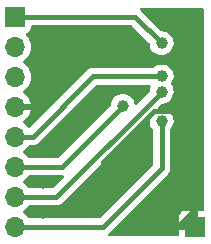
<source format=gbl>
G04 #@! TF.GenerationSoftware,KiCad,Pcbnew,(6.0.8)*
G04 #@! TF.CreationDate,2022-11-06T23:41:33+01:00*
G04 #@! TF.ProjectId,17_CAN_Controller,31375f43-414e-45f4-936f-6e74726f6c6c,rev?*
G04 #@! TF.SameCoordinates,Original*
G04 #@! TF.FileFunction,Copper,L2,Bot*
G04 #@! TF.FilePolarity,Positive*
%FSLAX46Y46*%
G04 Gerber Fmt 4.6, Leading zero omitted, Abs format (unit mm)*
G04 Created by KiCad (PCBNEW (6.0.8)) date 2022-11-06 23:41:33*
%MOMM*%
%LPD*%
G01*
G04 APERTURE LIST*
G04 #@! TA.AperFunction,ComponentPad*
%ADD10R,1.700000X1.700000*%
G04 #@! TD*
G04 #@! TA.AperFunction,ComponentPad*
%ADD11O,1.700000X1.700000*%
G04 #@! TD*
G04 #@! TA.AperFunction,ViaPad*
%ADD12C,1.000000*%
G04 #@! TD*
G04 #@! TA.AperFunction,Conductor*
%ADD13C,0.400000*%
G04 #@! TD*
G04 APERTURE END LIST*
D10*
X104140000Y-63500000D03*
D11*
X104140000Y-66040000D03*
X104140000Y-68580000D03*
X104140000Y-71120000D03*
X104140000Y-73660000D03*
X104140000Y-76200000D03*
X104140000Y-78740000D03*
X104140000Y-81280000D03*
D10*
X119380000Y-81280000D03*
D12*
X115840000Y-63340000D03*
X106540000Y-80140000D03*
X111590000Y-76590000D03*
X106540000Y-77540000D03*
X116740000Y-81040000D03*
X106540000Y-74840000D03*
X116540000Y-65740000D03*
X116540000Y-68540000D03*
X113240000Y-71040000D03*
X116540000Y-69840000D03*
X116540000Y-72340000D03*
D13*
X116440000Y-63940000D02*
X115840000Y-63340000D01*
X104140000Y-71120000D02*
X106060000Y-71120000D01*
X111590000Y-75790000D02*
X115940001Y-71439999D01*
X119140001Y-71439999D02*
X119240000Y-71340000D01*
X115940001Y-71439999D02*
X119140001Y-71439999D01*
X111590000Y-76590000D02*
X111590000Y-75790000D01*
X119240000Y-79940000D02*
X119240000Y-71340000D01*
X106060000Y-71120000D02*
X109840000Y-67340000D01*
X119240000Y-71340000D02*
X119240000Y-67340000D01*
X118140000Y-81040000D02*
X119240000Y-79940000D01*
X119240000Y-67340000D02*
X119240000Y-65040000D01*
X116740000Y-81040000D02*
X118140000Y-81040000D01*
X118140000Y-63940000D02*
X116440000Y-63940000D01*
X119240000Y-65040000D02*
X118140000Y-63940000D01*
X109840000Y-67340000D02*
X119240000Y-67340000D01*
X116540000Y-65740000D02*
X114300000Y-63500000D01*
X114300000Y-63500000D02*
X104140000Y-63500000D01*
X116540000Y-68540000D02*
X110740000Y-68540000D01*
X110740000Y-68540000D02*
X105620000Y-73660000D01*
X105620000Y-73660000D02*
X104140000Y-73660000D01*
X108080000Y-76200000D02*
X104140000Y-76200000D01*
X113240000Y-71040000D02*
X108080000Y-76200000D01*
X107640000Y-78740000D02*
X104140000Y-78740000D01*
X116540000Y-69840000D02*
X107640000Y-78740000D01*
X116540000Y-72340000D02*
X116540000Y-76340000D01*
X116540000Y-76340000D02*
X111600000Y-81280000D01*
X111600000Y-81280000D02*
X107600000Y-81280000D01*
X107600000Y-81280000D02*
X104140000Y-81280000D01*
G04 #@! TA.AperFunction,Conductor*
G36*
X120083621Y-62758502D02*
G01*
X120130114Y-62812158D01*
X120141500Y-62864500D01*
X120141500Y-79796000D01*
X120121498Y-79864121D01*
X120067842Y-79910614D01*
X120015500Y-79922000D01*
X119652115Y-79922000D01*
X119636876Y-79926475D01*
X119635671Y-79927865D01*
X119634000Y-79935548D01*
X119634000Y-81408000D01*
X119613998Y-81476121D01*
X119560342Y-81522614D01*
X119508000Y-81534000D01*
X118040116Y-81534000D01*
X118024877Y-81538475D01*
X118023672Y-81539865D01*
X118022001Y-81547548D01*
X118022001Y-81915500D01*
X118001999Y-81983621D01*
X117948343Y-82030114D01*
X117896001Y-82041500D01*
X112147541Y-82041500D01*
X112079420Y-82021498D01*
X112032927Y-81967842D01*
X112022823Y-81897568D01*
X112052317Y-81832988D01*
X112064216Y-81820986D01*
X112065721Y-81819660D01*
X112071981Y-81815357D01*
X112113436Y-81768829D01*
X112118416Y-81763554D01*
X112874085Y-81007885D01*
X118022000Y-81007885D01*
X118026475Y-81023124D01*
X118027865Y-81024329D01*
X118035548Y-81026000D01*
X119107885Y-81026000D01*
X119123124Y-81021525D01*
X119124329Y-81020135D01*
X119126000Y-81012452D01*
X119126000Y-79940116D01*
X119121525Y-79924877D01*
X119120135Y-79923672D01*
X119112452Y-79922001D01*
X118485331Y-79922001D01*
X118478510Y-79922371D01*
X118427648Y-79927895D01*
X118412396Y-79931521D01*
X118291946Y-79976676D01*
X118276351Y-79985214D01*
X118174276Y-80061715D01*
X118161715Y-80074276D01*
X118085214Y-80176351D01*
X118076676Y-80191946D01*
X118031522Y-80312394D01*
X118027895Y-80327649D01*
X118022369Y-80378514D01*
X118022000Y-80385328D01*
X118022000Y-81007885D01*
X112874085Y-81007885D01*
X117020520Y-76861450D01*
X117026785Y-76855596D01*
X117053275Y-76832487D01*
X117070385Y-76817561D01*
X117107129Y-76765280D01*
X117111061Y-76759986D01*
X117145791Y-76715693D01*
X117150476Y-76709718D01*
X117153599Y-76702802D01*
X117154983Y-76700516D01*
X117163357Y-76685835D01*
X117164622Y-76683475D01*
X117168990Y-76677261D01*
X117192203Y-76617723D01*
X117194759Y-76611642D01*
X117217918Y-76560352D01*
X117221045Y-76553427D01*
X117222429Y-76545960D01*
X117223230Y-76543405D01*
X117227859Y-76527152D01*
X117228522Y-76524572D01*
X117231282Y-76517491D01*
X117239622Y-76454139D01*
X117240653Y-76447632D01*
X117250912Y-76392280D01*
X117252296Y-76384814D01*
X117248709Y-76322608D01*
X117248500Y-76315354D01*
X117248500Y-73109538D01*
X117268502Y-73041417D01*
X117279118Y-73027207D01*
X117364054Y-72928807D01*
X117364055Y-72928806D01*
X117368078Y-72924145D01*
X117465769Y-72752179D01*
X117528197Y-72564513D01*
X117552985Y-72368295D01*
X117553380Y-72340000D01*
X117534080Y-72143167D01*
X117476916Y-71953831D01*
X117384066Y-71779204D01*
X117313709Y-71692938D01*
X117262960Y-71630713D01*
X117262957Y-71630710D01*
X117259065Y-71625938D01*
X117254316Y-71622009D01*
X117111425Y-71503799D01*
X117111421Y-71503797D01*
X117106675Y-71499870D01*
X116932701Y-71405802D01*
X116743768Y-71347318D01*
X116737643Y-71346674D01*
X116737642Y-71346674D01*
X116553204Y-71327289D01*
X116553202Y-71327289D01*
X116547075Y-71326645D01*
X116352728Y-71344332D01*
X116283076Y-71330587D01*
X116231911Y-71281366D01*
X116215480Y-71212297D01*
X116238998Y-71145309D01*
X116252214Y-71129756D01*
X116496691Y-70885279D01*
X116559003Y-70851253D01*
X116576115Y-70848746D01*
X116630929Y-70844528D01*
X116709830Y-70838457D01*
X116709834Y-70838456D01*
X116715972Y-70837984D01*
X116906463Y-70784798D01*
X116911967Y-70782018D01*
X116911969Y-70782017D01*
X117077495Y-70698404D01*
X117077497Y-70698403D01*
X117082996Y-70695625D01*
X117238847Y-70573861D01*
X117368078Y-70424145D01*
X117465769Y-70252179D01*
X117528197Y-70064513D01*
X117552985Y-69868295D01*
X117553380Y-69840000D01*
X117534080Y-69643167D01*
X117526340Y-69617529D01*
X117478697Y-69459731D01*
X117476916Y-69453831D01*
X117384066Y-69279204D01*
X117376893Y-69270409D01*
X117349339Y-69204977D01*
X117361535Y-69135035D01*
X117367855Y-69124403D01*
X117368078Y-69124145D01*
X117465769Y-68952179D01*
X117528197Y-68764513D01*
X117552985Y-68568295D01*
X117553380Y-68540000D01*
X117534080Y-68343167D01*
X117476916Y-68153831D01*
X117384066Y-67979204D01*
X117286693Y-67859813D01*
X117262960Y-67830713D01*
X117262957Y-67830710D01*
X117259065Y-67825938D01*
X117254316Y-67822009D01*
X117111425Y-67703799D01*
X117111421Y-67703797D01*
X117106675Y-67699870D01*
X116932701Y-67605802D01*
X116743768Y-67547318D01*
X116737643Y-67546674D01*
X116737642Y-67546674D01*
X116553204Y-67527289D01*
X116553202Y-67527289D01*
X116547075Y-67526645D01*
X116464576Y-67534153D01*
X116356251Y-67544011D01*
X116356248Y-67544012D01*
X116350112Y-67544570D01*
X116344206Y-67546308D01*
X116344202Y-67546309D01*
X116239076Y-67577249D01*
X116160381Y-67600410D01*
X116154923Y-67603263D01*
X116154919Y-67603265D01*
X116064147Y-67650720D01*
X115985110Y-67692040D01*
X115846236Y-67803698D01*
X115780616Y-67830793D01*
X115767286Y-67831500D01*
X110768911Y-67831500D01*
X110760342Y-67831208D01*
X110710223Y-67827791D01*
X110710219Y-67827791D01*
X110702647Y-67827275D01*
X110639685Y-67838264D01*
X110633195Y-67839221D01*
X110569758Y-67846898D01*
X110562649Y-67849584D01*
X110560078Y-67850216D01*
X110543772Y-67854676D01*
X110541204Y-67855451D01*
X110533716Y-67856758D01*
X110498722Y-67872119D01*
X110475212Y-67882439D01*
X110469105Y-67884931D01*
X110416452Y-67904827D01*
X110409344Y-67907513D01*
X110403083Y-67911816D01*
X110400717Y-67913053D01*
X110385937Y-67921280D01*
X110383652Y-67922631D01*
X110376695Y-67925685D01*
X110370675Y-67930305D01*
X110370669Y-67930308D01*
X110339542Y-67954194D01*
X110325998Y-67964587D01*
X110320668Y-67968459D01*
X110274280Y-68000339D01*
X110274275Y-68000344D01*
X110268019Y-68004643D01*
X110262968Y-68010313D01*
X110262966Y-68010314D01*
X110226565Y-68051170D01*
X110221584Y-68056446D01*
X105420478Y-72857552D01*
X105358166Y-72891578D01*
X105287351Y-72886513D01*
X105230515Y-72843966D01*
X105225594Y-72836901D01*
X105222826Y-72832622D01*
X105222819Y-72832613D01*
X105220014Y-72828277D01*
X105069670Y-72663051D01*
X105065619Y-72659852D01*
X105065615Y-72659848D01*
X104898414Y-72527800D01*
X104898410Y-72527798D01*
X104894359Y-72524598D01*
X104852569Y-72501529D01*
X104802598Y-72451097D01*
X104787826Y-72381654D01*
X104812942Y-72315248D01*
X104840294Y-72288641D01*
X105015328Y-72163792D01*
X105023200Y-72157139D01*
X105174052Y-72006812D01*
X105180730Y-71998965D01*
X105305003Y-71826020D01*
X105310313Y-71817183D01*
X105404670Y-71626267D01*
X105408469Y-71616672D01*
X105470377Y-71412910D01*
X105472555Y-71402837D01*
X105473986Y-71391962D01*
X105471775Y-71377778D01*
X105458617Y-71374000D01*
X104012000Y-71374000D01*
X103943879Y-71353998D01*
X103897386Y-71300342D01*
X103886000Y-71248000D01*
X103886000Y-70992000D01*
X103906002Y-70923879D01*
X103959658Y-70877386D01*
X104012000Y-70866000D01*
X105458344Y-70866000D01*
X105471875Y-70862027D01*
X105473180Y-70852947D01*
X105431214Y-70685875D01*
X105427894Y-70676124D01*
X105342972Y-70480814D01*
X105338105Y-70471739D01*
X105222426Y-70292926D01*
X105216136Y-70284757D01*
X105072806Y-70127240D01*
X105065273Y-70120215D01*
X104898139Y-69988222D01*
X104889556Y-69982520D01*
X104852602Y-69962120D01*
X104802631Y-69911687D01*
X104787859Y-69842245D01*
X104812975Y-69775839D01*
X104840327Y-69749232D01*
X104897378Y-69708538D01*
X105019860Y-69621173D01*
X105178096Y-69463489D01*
X105308453Y-69282077D01*
X105386508Y-69124145D01*
X105405136Y-69086453D01*
X105405137Y-69086451D01*
X105407430Y-69081811D01*
X105472370Y-68868069D01*
X105501529Y-68646590D01*
X105503156Y-68580000D01*
X105484852Y-68357361D01*
X105430431Y-68140702D01*
X105341354Y-67935840D01*
X105278227Y-67838260D01*
X105222822Y-67752617D01*
X105222820Y-67752614D01*
X105220014Y-67748277D01*
X105069670Y-67583051D01*
X105065619Y-67579852D01*
X105065615Y-67579848D01*
X104898414Y-67447800D01*
X104898410Y-67447798D01*
X104894359Y-67444598D01*
X104853053Y-67421796D01*
X104803084Y-67371364D01*
X104788312Y-67301921D01*
X104813428Y-67235516D01*
X104840780Y-67208909D01*
X104897378Y-67168538D01*
X105019860Y-67081173D01*
X105178096Y-66923489D01*
X105308453Y-66742077D01*
X105311296Y-66736326D01*
X105405136Y-66546453D01*
X105405137Y-66546451D01*
X105407430Y-66541811D01*
X105472370Y-66328069D01*
X105501529Y-66106590D01*
X105503156Y-66040000D01*
X105484852Y-65817361D01*
X105430431Y-65600702D01*
X105341354Y-65395840D01*
X105220014Y-65208277D01*
X105189214Y-65174428D01*
X105072798Y-65046488D01*
X105041746Y-64982642D01*
X105050141Y-64912143D01*
X105095317Y-64857375D01*
X105121761Y-64843706D01*
X105228297Y-64803767D01*
X105236705Y-64800615D01*
X105353261Y-64713261D01*
X105440615Y-64596705D01*
X105491745Y-64460316D01*
X105498500Y-64398134D01*
X105498500Y-64334500D01*
X105518502Y-64266379D01*
X105572158Y-64219886D01*
X105624500Y-64208500D01*
X113954340Y-64208500D01*
X114022461Y-64228502D01*
X114043435Y-64245405D01*
X115494374Y-65696345D01*
X115528400Y-65758657D01*
X115530837Y-65774897D01*
X115543268Y-65922934D01*
X115544967Y-65928858D01*
X115595931Y-66106590D01*
X115597783Y-66113050D01*
X115688187Y-66288956D01*
X115811035Y-66443953D01*
X115961650Y-66572136D01*
X116134294Y-66668624D01*
X116322392Y-66729740D01*
X116518777Y-66753158D01*
X116524912Y-66752686D01*
X116524914Y-66752686D01*
X116709830Y-66738457D01*
X116709834Y-66738456D01*
X116715972Y-66737984D01*
X116906463Y-66684798D01*
X116911967Y-66682018D01*
X116911969Y-66682017D01*
X117077495Y-66598404D01*
X117077497Y-66598403D01*
X117082996Y-66595625D01*
X117238847Y-66473861D01*
X117368078Y-66324145D01*
X117465769Y-66152179D01*
X117528197Y-65964513D01*
X117552985Y-65768295D01*
X117553380Y-65740000D01*
X117534080Y-65543167D01*
X117476916Y-65353831D01*
X117384066Y-65179204D01*
X117313709Y-65092938D01*
X117262960Y-65030713D01*
X117262957Y-65030710D01*
X117259065Y-65025938D01*
X117254316Y-65022009D01*
X117111425Y-64903799D01*
X117111421Y-64903797D01*
X117106675Y-64899870D01*
X116932701Y-64805802D01*
X116743768Y-64747318D01*
X116737643Y-64746674D01*
X116737642Y-64746674D01*
X116674084Y-64739994D01*
X116570820Y-64729141D01*
X116505164Y-64702128D01*
X116494896Y-64692926D01*
X114821450Y-63019480D01*
X114815596Y-63013215D01*
X114815201Y-63012762D01*
X114777561Y-62969615D01*
X114771346Y-62965247D01*
X114765702Y-62960165D01*
X114767328Y-62958359D01*
X114730447Y-62912061D01*
X114723256Y-62841429D01*
X114755393Y-62778123D01*
X114816654Y-62742240D01*
X114847126Y-62738500D01*
X120015500Y-62738500D01*
X120083621Y-62758502D01*
G37*
G04 #@! TD.AperFunction*
G04 #@! TA.AperFunction,Conductor*
G36*
X115464885Y-72021251D02*
G01*
X115521721Y-72063798D01*
X115546532Y-72130318D01*
X115546068Y-72153350D01*
X115526719Y-72325851D01*
X115527613Y-72336495D01*
X115541889Y-72506507D01*
X115543268Y-72522934D01*
X115544967Y-72528858D01*
X115582528Y-72659848D01*
X115597783Y-72713050D01*
X115688187Y-72888956D01*
X115797763Y-73027207D01*
X115804246Y-73035387D01*
X115830883Y-73101197D01*
X115831500Y-73113651D01*
X115831500Y-75994340D01*
X115811498Y-76062461D01*
X115794595Y-76083435D01*
X111343435Y-80534595D01*
X111281123Y-80568621D01*
X111254340Y-80571500D01*
X105368286Y-80571500D01*
X105300165Y-80551498D01*
X105262494Y-80513941D01*
X105222818Y-80452612D01*
X105220014Y-80448277D01*
X105069670Y-80283051D01*
X105065619Y-80279852D01*
X105065615Y-80279848D01*
X104898414Y-80147800D01*
X104898410Y-80147798D01*
X104894359Y-80144598D01*
X104853053Y-80121796D01*
X104803084Y-80071364D01*
X104788312Y-80001921D01*
X104813428Y-79935516D01*
X104840780Y-79908909D01*
X104897378Y-79868538D01*
X105019860Y-79781173D01*
X105178096Y-79623489D01*
X105266132Y-79500974D01*
X105322127Y-79457326D01*
X105368455Y-79448500D01*
X107611088Y-79448500D01*
X107619658Y-79448792D01*
X107669776Y-79452209D01*
X107669780Y-79452209D01*
X107677352Y-79452725D01*
X107684829Y-79451420D01*
X107684830Y-79451420D01*
X107711308Y-79446799D01*
X107740303Y-79441738D01*
X107746821Y-79440777D01*
X107810242Y-79433102D01*
X107817343Y-79430419D01*
X107819952Y-79429778D01*
X107836262Y-79425315D01*
X107838798Y-79424550D01*
X107846284Y-79423243D01*
X107904800Y-79397556D01*
X107910904Y-79395065D01*
X107963548Y-79375173D01*
X107963549Y-79375172D01*
X107970656Y-79372487D01*
X107976919Y-79368183D01*
X107979285Y-79366946D01*
X107994097Y-79358701D01*
X107996351Y-79357368D01*
X108003305Y-79354315D01*
X108054002Y-79315413D01*
X108059332Y-79311541D01*
X108105720Y-79279661D01*
X108105725Y-79279656D01*
X108111981Y-79275357D01*
X108153436Y-79228829D01*
X108158416Y-79223554D01*
X115331758Y-72050212D01*
X115394070Y-72016186D01*
X115464885Y-72021251D01*
G37*
G04 #@! TD.AperFunction*
G04 #@! TA.AperFunction,Conductor*
G36*
X108216943Y-76915649D02*
G01*
X108271968Y-76960512D01*
X108294003Y-77028003D01*
X108276052Y-77096693D01*
X108257155Y-77120875D01*
X107383435Y-77994595D01*
X107321123Y-78028621D01*
X107294340Y-78031500D01*
X105368286Y-78031500D01*
X105300165Y-78011498D01*
X105262494Y-77973941D01*
X105222818Y-77912612D01*
X105220014Y-77908277D01*
X105069670Y-77743051D01*
X105065619Y-77739852D01*
X105065615Y-77739848D01*
X104898414Y-77607800D01*
X104898410Y-77607798D01*
X104894359Y-77604598D01*
X104853053Y-77581796D01*
X104803084Y-77531364D01*
X104788312Y-77461921D01*
X104813428Y-77395516D01*
X104840780Y-77368909D01*
X104897378Y-77328538D01*
X105019860Y-77241173D01*
X105178096Y-77083489D01*
X105266132Y-76960974D01*
X105322127Y-76917326D01*
X105368455Y-76908500D01*
X108051088Y-76908500D01*
X108059658Y-76908792D01*
X108109776Y-76912209D01*
X108109780Y-76912209D01*
X108117352Y-76912725D01*
X108124828Y-76911420D01*
X108124832Y-76911420D01*
X108146398Y-76907656D01*
X108216943Y-76915649D01*
G37*
G04 #@! TD.AperFunction*
G04 #@! TA.AperFunction,Conductor*
G36*
X115569344Y-69268502D02*
G01*
X115615837Y-69322158D01*
X115625941Y-69392432D01*
X115613532Y-69429537D01*
X115613963Y-69429722D01*
X115611718Y-69434961D01*
X115611637Y-69435202D01*
X115611534Y-69435389D01*
X115611532Y-69435394D01*
X115608567Y-69440787D01*
X115606706Y-69446654D01*
X115606705Y-69446656D01*
X115601365Y-69463489D01*
X115548765Y-69629306D01*
X115539878Y-69708538D01*
X115528421Y-69810679D01*
X115500950Y-69876146D01*
X115492301Y-69885729D01*
X114449421Y-70928609D01*
X114387109Y-70962635D01*
X114316294Y-70957570D01*
X114259458Y-70915023D01*
X114236272Y-70855270D01*
X114235879Y-70855348D01*
X114235438Y-70853119D01*
X114234927Y-70851803D01*
X114234682Y-70849304D01*
X114234682Y-70849301D01*
X114234080Y-70843167D01*
X114176916Y-70653831D01*
X114084066Y-70479204D01*
X114013709Y-70392938D01*
X113962960Y-70330713D01*
X113962957Y-70330710D01*
X113959065Y-70325938D01*
X113952724Y-70320692D01*
X113811425Y-70203799D01*
X113811421Y-70203797D01*
X113806675Y-70199870D01*
X113632701Y-70105802D01*
X113443768Y-70047318D01*
X113437643Y-70046674D01*
X113437642Y-70046674D01*
X113253204Y-70027289D01*
X113253202Y-70027289D01*
X113247075Y-70026645D01*
X113164576Y-70034153D01*
X113056251Y-70044011D01*
X113056248Y-70044012D01*
X113050112Y-70044570D01*
X113044206Y-70046308D01*
X113044202Y-70046309D01*
X112939076Y-70077249D01*
X112860381Y-70100410D01*
X112854923Y-70103263D01*
X112854919Y-70103265D01*
X112809060Y-70127240D01*
X112685110Y-70192040D01*
X112530975Y-70315968D01*
X112403846Y-70467474D01*
X112400879Y-70472872D01*
X112400875Y-70472877D01*
X112343274Y-70577655D01*
X112308567Y-70640787D01*
X112306706Y-70646654D01*
X112306705Y-70646656D01*
X112250627Y-70823436D01*
X112248765Y-70829306D01*
X112234378Y-70957570D01*
X112228421Y-71010679D01*
X112200950Y-71076146D01*
X112192301Y-71085729D01*
X107823435Y-75454595D01*
X107761123Y-75488621D01*
X107734340Y-75491500D01*
X105368286Y-75491500D01*
X105300165Y-75471498D01*
X105262494Y-75433941D01*
X105222818Y-75372612D01*
X105220014Y-75368277D01*
X105069670Y-75203051D01*
X105065619Y-75199852D01*
X105065615Y-75199848D01*
X104898414Y-75067800D01*
X104898410Y-75067798D01*
X104894359Y-75064598D01*
X104853053Y-75041796D01*
X104803084Y-74991364D01*
X104788312Y-74921921D01*
X104813428Y-74855516D01*
X104840780Y-74828909D01*
X104897378Y-74788538D01*
X105019860Y-74701173D01*
X105178096Y-74543489D01*
X105266132Y-74420974D01*
X105322127Y-74377326D01*
X105368455Y-74368500D01*
X105591088Y-74368500D01*
X105599658Y-74368792D01*
X105649776Y-74372209D01*
X105649780Y-74372209D01*
X105657352Y-74372725D01*
X105664829Y-74371420D01*
X105664830Y-74371420D01*
X105691308Y-74366799D01*
X105720303Y-74361738D01*
X105726821Y-74360777D01*
X105790242Y-74353102D01*
X105797343Y-74350419D01*
X105799952Y-74349778D01*
X105816262Y-74345315D01*
X105818798Y-74344550D01*
X105826284Y-74343243D01*
X105884800Y-74317556D01*
X105890904Y-74315065D01*
X105943548Y-74295173D01*
X105943549Y-74295172D01*
X105950656Y-74292487D01*
X105956919Y-74288183D01*
X105959285Y-74286946D01*
X105974097Y-74278701D01*
X105976351Y-74277368D01*
X105983305Y-74274315D01*
X106034002Y-74235413D01*
X106039332Y-74231541D01*
X106085720Y-74199661D01*
X106085725Y-74199656D01*
X106091981Y-74195357D01*
X106133436Y-74148829D01*
X106138416Y-74143554D01*
X110996566Y-69285405D01*
X111058878Y-69251379D01*
X111085661Y-69248500D01*
X115501223Y-69248500D01*
X115569344Y-69268502D01*
G37*
G04 #@! TD.AperFunction*
M02*

</source>
